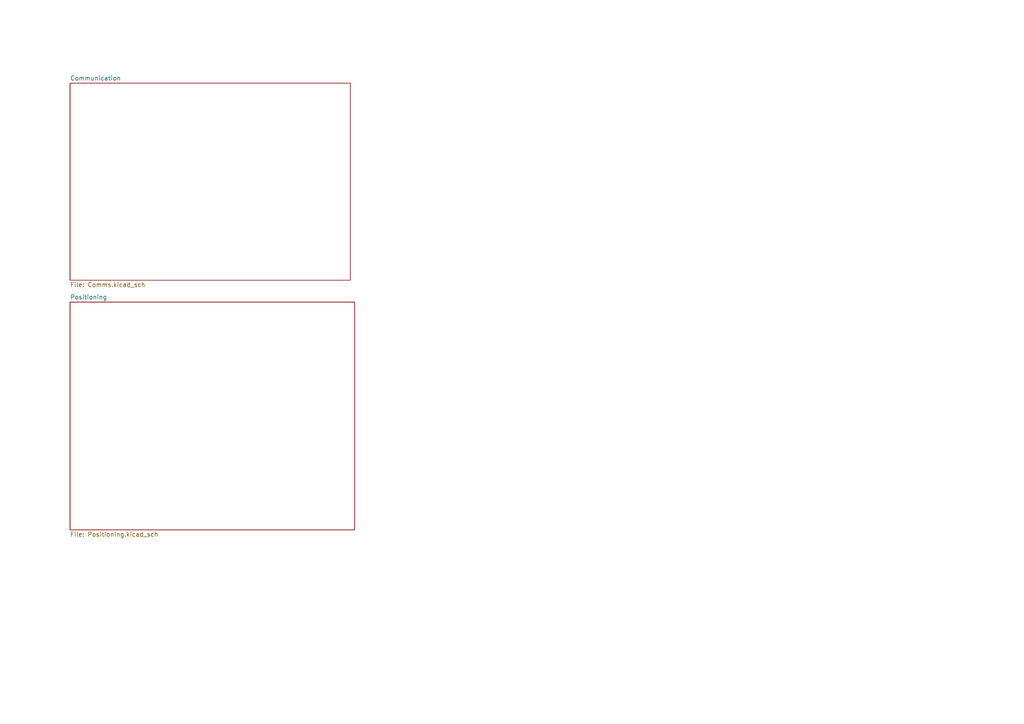
<source format=kicad_sch>
(kicad_sch
	(version 20231120)
	(generator "eeschema")
	(generator_version "8.0")
	(uuid "2f4a034c-8d2d-4528-8fc9-76e665033073")
	(paper "A4")
	(lib_symbols)
	(sheet
		(at 20.32 87.63)
		(size 82.55 66.04)
		(fields_autoplaced yes)
		(stroke
			(width 0.1524)
			(type solid)
		)
		(fill
			(color 0 0 0 0.0000)
		)
		(uuid "70911fbe-e753-4bcd-807c-2cd29b7fc40a")
		(property "Sheetname" "Positioning"
			(at 20.32 86.9184 0)
			(effects
				(font
					(size 1.27 1.27)
				)
				(justify left bottom)
			)
		)
		(property "Sheetfile" "Positioning.kicad_sch"
			(at 20.32 154.2546 0)
			(effects
				(font
					(size 1.27 1.27)
				)
				(justify left top)
			)
		)
		(instances
			(project "AutonomousSeedDistributor"
				(path "/2f4a034c-8d2d-4528-8fc9-76e665033073"
					(page "3")
				)
			)
		)
	)
	(sheet
		(at 20.32 24.13)
		(size 81.28 57.15)
		(fields_autoplaced yes)
		(stroke
			(width 0.1524)
			(type solid)
		)
		(fill
			(color 0 0 0 0.0000)
		)
		(uuid "9dd0e49e-9fd7-43ba-89ba-9cfcf1e356cb")
		(property "Sheetname" "Communication"
			(at 20.32 23.4184 0)
			(effects
				(font
					(size 1.27 1.27)
				)
				(justify left bottom)
			)
		)
		(property "Sheetfile" "Comms.kicad_sch"
			(at 20.32 81.8646 0)
			(effects
				(font
					(size 1.27 1.27)
				)
				(justify left top)
			)
		)
		(instances
			(project "AutonomousSeedDistributor"
				(path "/2f4a034c-8d2d-4528-8fc9-76e665033073"
					(page "2")
				)
			)
		)
	)
	(sheet_instances
		(path "/"
			(page "1")
		)
	)
)

</source>
